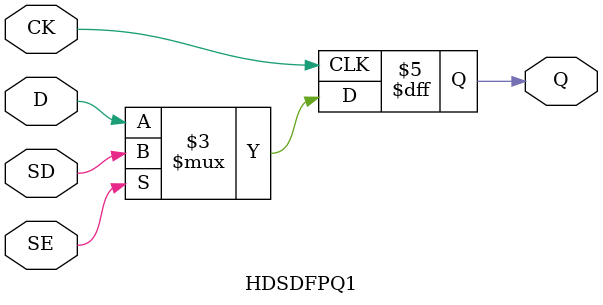
<source format=v>
`timescale 1ns / 1ps

/*
* -----------------------------------------------------------------
* COMPANY : Ruhr University Bochum
* AUTHOR  : Amir Moradi (amir.moradi@rub.de) Aein Rezaei Shahmirzadi (aein.rezaeishahmirzadi@rub.de)
* DOCUMENT: https://doi.org/10.46586/tches.v2021.i1.305-342
* -----------------------------------------------------------------
*
* Copyright (c) 2020, Amir Moradi, Aein Rezaei Shahmirzadi
*
* All rights reserved.
*
* THIS SOFTWARE IS PROVIDED BY THE COPYRIGHT HOLDERS AND CONTRIBUTORS "AS IS" AND
* ANY EXPRESS OR IMPLIED WARRANTIES, INCLUDING, BUT NOT LIMITED TO, THE IMPLIED
* WARRANTIES OF MERCHANTABILITY AND FITNESS FOR A PARTICULAR PURPOSE ARE
* DISCLAIMED. IN NO EVENT SHALL THE COPYRIGHT HOLDER OR CONTRIBUTERS BE LIABLE FOR ANY
* DIRECT, INDIRECT, INCIDENTAL, SPECIAL, EXEMPLARY, OR CONSEQUENTIAL DAMAGES
* (INCLUDING, BUT NOT LIMITED TO, PROCUREMENT OF SUBSTITUTE GOODS OR SERVICES;
* LOSS OF USE, DATA, OR PROFITS; OR BUSINESS INTERRUPTION) HOWEVER CAUSED AND
* ON ANY THEORY OF LIABILITY, WHETHER IN CONTRACT, STRICT LIABILITY, OR TORT
* (INCLUDING NEGLIGENCE OR OTHERWISE) ARISING IN ANY WAY OUT OF THE USE OF THIS
* SOFTWARE, EVEN IF ADVISED OF THE POSSIBILITY OF SUCH DAMAGE.
*
* Please see LICENSE and README for license and further instructions.
*/

module HDSDFPQ1 (D, SD, SE, CK, Q);
	input  D, SD, SE, CK;
	output Q;
	reg Q;
	
	always @ ( posedge CK)
		if (SE) begin
			Q <= SD;
		end else begin
			Q <= D;
		end

endmodule 


</source>
